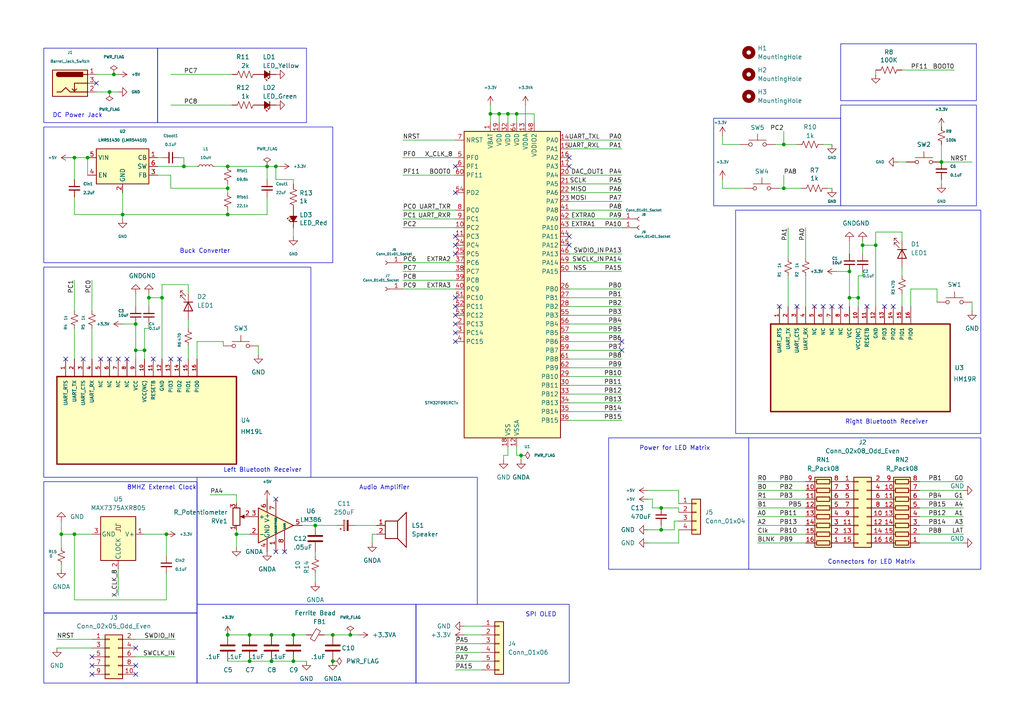
<source format=kicad_sch>
(kicad_sch (version 20230121) (generator eeschema)
  (paper "A4")
  (title_block (title "SWIPE-STACK HUB") (date "2024-02-05") (company "Purdue University ECE 477 Senior Design") (comment 1 "Authored by Alex Chitsazzadeh"))
  (junction (at 227.33 54.61))
  (junction (at 48.26 154.94))
  (junction (at 250.19 71.12))
  (junction (at 151.13 132.08))
  (junction (at 80.01 48.26))
  (junction (at 248.92 86.36))
  (junction (at 273.05 46.99))
  (junction (at 66.04 48.26))
  (junction (at 72.39 184.15))
  (junction (at 35.56 62.23))
  (junction (at 101.6 184.15))
  (junction (at 33.02 21.59))
  (junction (at 144.78 33.02))
  (junction (at 39.37 93.98))
  (junction (at 68.58 154.94))
  (junction (at 191.77 147.32))
  (junction (at 66.04 62.23))
  (junction (at 39.37 101.6))
  (junction (at 78.74 191.77))
  (junction (at 191.77 153.67))
  (junction (at 25.4 45.72))
  (junction (at 96.52 184.15))
  (junction (at 142.24 33.02))
  (junction (at 17.78 154.94))
  (junction (at 77.47 48.26))
  (junction (at 254 71.12))
  (junction (at 21.59 45.72))
  (junction (at 31.75 26.67))
  (junction (at 149.86 33.02))
  (junction (at 53.34 48.26))
  (junction (at 85.09 184.15))
  (junction (at 246.38 86.36))
  (junction (at 46.99 86.36))
  (junction (at 41.91 101.6))
  (junction (at 66.04 54.61))
  (junction (at 21.59 154.94))
  (junction (at 66.04 184.15))
  (junction (at 78.74 184.15))
  (junction (at 43.18 86.36))
  (junction (at 85.09 191.77))
  (junction (at 91.44 152.4))
  (junction (at 72.39 191.77))
  (junction (at 227.33 41.91))
  (junction (at 246.38 78.74))
  (junction (at 96.52 191.77))
  (junction (at 147.32 33.02))
  (no_connect (at 132.08 48.26))
  (no_connect (at 132.08 99.06))
  (no_connect (at 49.53 104.14))
  (no_connect (at 26.67 190.5))
  (no_connect (at 132.08 55.88))
  (no_connect (at 132.08 91.44))
  (no_connect (at 29.21 104.14))
  (no_connect (at 256.54 88.9))
  (no_connect (at 26.67 195.58))
  (no_connect (at 44.45 104.14))
  (no_connect (at 39.37 187.96))
  (no_connect (at 236.22 88.9))
  (no_connect (at 251.46 88.9))
  (no_connect (at 26.67 193.04))
  (no_connect (at 165.1 45.72))
  (no_connect (at 226.06 88.9))
  (no_connect (at 259.08 88.9))
  (no_connect (at 24.13 104.14))
  (no_connect (at 132.08 86.36))
  (no_connect (at 36.83 104.14))
  (no_connect (at 165.1 71.12))
  (no_connect (at 19.05 104.14))
  (no_connect (at 80.01 160.02))
  (no_connect (at 80.01 144.78))
  (no_connect (at 132.08 88.9))
  (no_connect (at 165.1 48.26))
  (no_connect (at 31.75 104.14))
  (no_connect (at 132.08 73.66))
  (no_connect (at 165.1 68.58))
  (no_connect (at 132.08 93.98))
  (no_connect (at 82.55 160.02))
  (no_connect (at 34.29 104.14))
  (no_connect (at 238.76 88.9))
  (no_connect (at 231.14 88.9))
  (no_connect (at 132.08 96.52))
  (no_connect (at 180.34 101.6))
  (no_connect (at 241.3 88.9))
  (no_connect (at 132.08 68.58))
  (no_connect (at 52.07 104.14))
  (no_connect (at 39.37 193.04))
  (no_connect (at 39.37 195.58))
  (no_connect (at 243.84 88.9))
  (no_connect (at 27.94 24.13))
  (no_connect (at 180.34 99.06))
  (no_connect (at 132.08 71.12))
  (wire (pts (xy 26.67 81.28) (xy 26.67 90.17)))
  (wire (pts (xy 165.1 106.68) (xy 180.34 106.68)))
  (wire (pts (xy 66.04 62.23) (xy 66.04 60.96)))
  (wire (pts (xy 248.92 80.01) (xy 250.19 80.01)))
  (wire (pts (xy 233.68 80.01) (xy 233.68 88.9)))
  (wire (pts (xy 26.67 95.25) (xy 26.67 104.14)))
  (wire (pts (xy 266.7 157.48) (xy 279.4 157.48)))
  (wire (pts (xy 254 88.9) (xy 254 71.12)))
  (wire (pts (xy 20.32 45.72) (xy 21.59 45.72)))
  (wire (pts (xy 147.32 33.02) (xy 147.32 35.56)))
  (wire (pts (xy 266.7 154.94) (xy 279.4 154.94)))
  (wire (pts (xy 250.19 71.12) (xy 250.19 73.66)))
  (wire (pts (xy 39.37 93.98) (xy 35.56 93.98)))
  (wire (pts (xy 248.92 86.36) (xy 246.38 86.36)))
  (wire (pts (xy 66.04 62.23) (xy 35.56 62.23)))
  (wire (pts (xy 66.04 48.26) (xy 77.47 48.26)))
  (wire (pts (xy 116.84 78.74) (xy 132.08 78.74)))
  (wire (pts (xy 39.37 85.09) (xy 39.37 88.9)))
  (wire (pts (xy 165.1 96.52) (xy 180.34 96.52)))
  (wire (pts (xy 48.26 154.94) (xy 48.26 161.29)))
  (wire (pts (xy 77.47 48.26) (xy 77.47 52.07)))
  (wire (pts (xy 46.99 104.14) (xy 46.99 86.36)))
  (wire (pts (xy 57.15 99.06) (xy 64.77 99.06)))
  (wire (pts (xy 142.24 33.02) (xy 142.24 35.56)))
  (wire (pts (xy 266.7 149.86) (xy 279.4 149.86)))
  (wire (pts (xy 165.1 101.6) (xy 180.34 101.6)))
  (wire (pts (xy 52.07 45.72) (xy 53.34 45.72)))
  (wire (pts (xy 165.1 116.84) (xy 180.34 116.84)))
  (wire (pts (xy 246.38 78.74) (xy 242.57 78.74)))
  (wire (pts (xy 227.33 54.61) (xy 232.41 54.61)))
  (wire (pts (xy 209.55 39.37) (xy 209.55 41.91)))
  (wire (pts (xy 165.1 78.74) (xy 180.34 78.74)))
  (wire (pts (xy 53.34 48.26) (xy 45.72 48.26)))
  (wire (pts (xy 209.55 54.61) (xy 215.9 54.61)))
  (wire (pts (xy 165.1 76.2) (xy 180.34 76.2)))
  (wire (pts (xy 31.75 26.67) (xy 34.29 26.67)))
  (wire (pts (xy 246.38 88.9) (xy 246.38 86.36)))
  (wire (pts (xy 165.1 104.14) (xy 180.34 104.14)))
  (wire (pts (xy 209.55 52.07) (xy 209.55 54.61)))
  (wire (pts (xy 261.62 69.85) (xy 261.62 67.31)))
  (wire (pts (xy 17.78 163.83) (xy 17.78 165.1)))
  (wire (pts (xy 165.1 43.18) (xy 180.34 43.18)))
  (wire (pts (xy 85.09 184.15) (xy 88.9 184.15)))
  (wire (pts (xy 72.39 184.15) (xy 78.74 184.15)))
  (wire (pts (xy 226.06 54.61) (xy 227.33 54.61)))
  (wire (pts (xy 72.39 191.77) (xy 78.74 191.77)))
  (wire (pts (xy 17.78 158.75) (xy 17.78 154.94)))
  (wire (pts (xy 273.05 46.99) (xy 281.94 46.99)))
  (wire (pts (xy 227.33 50.8) (xy 227.33 54.61)))
  (wire (pts (xy 228.6 80.01) (xy 228.6 88.9)))
  (wire (pts (xy 209.55 41.91) (xy 214.63 41.91)))
  (wire (pts (xy 67.31 21.59) (xy 49.53 21.59)))
  (wire (pts (xy 228.6 66.04) (xy 228.6 74.93)))
  (wire (pts (xy 219.71 144.78) (xy 233.68 144.78)))
  (wire (pts (xy 54.61 85.09) (xy 54.61 82.55)))
  (wire (pts (xy 64.77 99.06) (xy 64.77 100.33)))
  (wire (pts (xy 25.4 45.72) (xy 25.4 50.8)))
  (wire (pts (xy 53.34 48.26) (xy 57.15 48.26)))
  (wire (pts (xy 273.05 52.07) (xy 273.05 53.34)))
  (wire (pts (xy 187.96 144.78) (xy 189.23 144.78)))
  (wire (pts (xy 54.61 92.71) (xy 54.61 95.25)))
  (wire (pts (xy 165.1 86.36) (xy 180.34 86.36)))
  (wire (pts (xy 39.37 185.42) (xy 50.8 185.42)))
  (wire (pts (xy 16.51 185.42) (xy 26.67 185.42)))
  (wire (pts (xy 146.05 132.08) (xy 147.32 132.08)))
  (wire (pts (xy 196.85 147.32) (xy 196.85 148.59)))
  (wire (pts (xy 152.4 30.48) (xy 152.4 35.56)))
  (wire (pts (xy 34.29 165.1) (xy 34.29 172.72)))
  (wire (pts (xy 116.84 50.8) (xy 132.08 50.8)))
  (wire (pts (xy 62.23 48.26) (xy 66.04 48.26)))
  (wire (pts (xy 91.44 166.37) (xy 91.44 168.91)))
  (wire (pts (xy 266.7 147.32) (xy 279.4 147.32)))
  (wire (pts (xy 66.04 55.88) (xy 66.04 54.61)))
  (wire (pts (xy 165.1 109.22) (xy 180.34 109.22)))
  (wire (pts (xy 43.18 95.25) (xy 43.18 93.98)))
  (wire (pts (xy 261.62 20.32) (xy 276.86 20.32)))
  (wire (pts (xy 107.95 154.94) (xy 107.95 157.48)))
  (wire (pts (xy 116.84 45.72) (xy 132.08 45.72)))
  (wire (pts (xy 165.1 73.66) (xy 180.34 73.66)))
  (wire (pts (xy 165.1 53.34) (xy 180.34 53.34)))
  (wire (pts (xy 41.91 95.25) (xy 43.18 95.25)))
  (wire (pts (xy 57.15 104.14) (xy 57.15 99.06)))
  (wire (pts (xy 96.52 184.15) (xy 101.6 184.15)))
  (wire (pts (xy 43.18 86.36) (xy 43.18 88.9)))
  (wire (pts (xy 53.34 45.72) (xy 53.34 48.26)))
  (wire (pts (xy 266.7 139.7) (xy 279.4 139.7)))
  (wire (pts (xy 80.01 48.26) (xy 81.28 48.26)))
  (wire (pts (xy 154.94 33.02) (xy 154.94 35.56)))
  (wire (pts (xy 116.84 60.96) (xy 132.08 60.96)))
  (wire (pts (xy 74.93 100.33) (xy 74.93 102.87)))
  (wire (pts (xy 264.16 88.9) (xy 264.16 83.82)))
  (wire (pts (xy 45.72 50.8) (xy 49.53 50.8)))
  (wire (pts (xy 165.1 91.44) (xy 180.34 91.44)))
  (wire (pts (xy 147.32 33.02) (xy 149.86 33.02)))
  (wire (pts (xy 144.78 33.02) (xy 142.24 33.02)))
  (wire (pts (xy 68.58 143.51) (xy 68.58 146.05)))
  (wire (pts (xy 88.9 191.77) (xy 85.09 191.77)))
  (wire (pts (xy 132.08 186.69) (xy 139.7 186.69)))
  (wire (pts (xy 281.94 87.63) (xy 281.94 90.17)))
  (wire (pts (xy 101.6 184.15) (xy 104.14 184.15)))
  (wire (pts (xy 41.91 101.6) (xy 41.91 95.25)))
  (wire (pts (xy 33.02 21.59) (xy 34.29 21.59)))
  (wire (pts (xy 165.1 58.42) (xy 180.34 58.42)))
  (wire (pts (xy 165.1 99.06) (xy 180.34 99.06)))
  (wire (pts (xy 248.92 86.36) (xy 248.92 80.01)))
  (wire (pts (xy 21.59 173.99) (xy 21.59 154.94)))
  (wire (pts (xy 250.19 69.85) (xy 250.19 71.12)))
  (wire (pts (xy 146.05 132.08) (xy 146.05 133.35)))
  (wire (pts (xy 149.86 132.08) (xy 149.86 129.54)))
  (wire (pts (xy 147.32 132.08) (xy 147.32 129.54)))
  (wire (pts (xy 254 67.31) (xy 254 71.12)))
  (wire (pts (xy 189.23 147.32) (xy 191.77 147.32)))
  (wire (pts (xy 60.96 143.51) (xy 68.58 143.51)))
  (wire (pts (xy 116.84 76.2) (xy 132.08 76.2)))
  (wire (pts (xy 27.94 21.59) (xy 33.02 21.59)))
  (wire (pts (xy 41.91 104.14) (xy 41.91 101.6)))
  (wire (pts (xy 279.4 144.78) (xy 266.7 144.78)))
  (wire (pts (xy 116.84 66.04) (xy 132.08 66.04)))
  (wire (pts (xy 132.08 191.77) (xy 139.7 191.77)))
  (wire (pts (xy 149.86 33.02) (xy 149.86 35.56)))
  (wire (pts (xy 219.71 149.86) (xy 233.68 149.86)))
  (wire (pts (xy 165.1 55.88) (xy 180.34 55.88)))
  (wire (pts (xy 227.33 41.91) (xy 231.14 41.91)))
  (wire (pts (xy 49.53 50.8) (xy 49.53 54.61)))
  (wire (pts (xy 196.85 157.48) (xy 196.85 153.67)))
  (wire (pts (xy 165.1 119.38) (xy 180.34 119.38)))
  (wire (pts (xy 35.56 55.88) (xy 35.56 62.23)))
  (wire (pts (xy 187.96 157.48) (xy 196.85 157.48)))
  (wire (pts (xy 107.95 154.94) (xy 109.22 154.94)))
  (wire (pts (xy 219.71 152.4) (xy 233.68 152.4)))
  (wire (pts (xy 80.01 48.26) (xy 80.01 52.07)))
  (wire (pts (xy 165.1 63.5) (xy 180.34 63.5)))
  (wire (pts (xy 165.1 66.04) (xy 180.34 66.04)))
  (wire (pts (xy 21.59 154.94) (xy 26.67 154.94)))
  (wire (pts (xy 165.1 40.64) (xy 180.34 40.64)))
  (wire (pts (xy 254 20.32) (xy 254 21.59)))
  (wire (pts (xy 27.94 26.67) (xy 31.75 26.67)))
  (wire (pts (xy 68.58 154.94) (xy 72.39 154.94)))
  (wire (pts (xy 219.71 147.32) (xy 233.68 147.32)))
  (wire (pts (xy 187.96 153.67) (xy 191.77 153.67)))
  (wire (pts (xy 54.61 82.55) (xy 46.99 82.55)))
  (wire (pts (xy 39.37 104.14) (xy 39.37 101.6)))
  (wire (pts (xy 48.26 173.99) (xy 21.59 173.99)))
  (wire (pts (xy 132.08 194.31) (xy 139.7 194.31)))
  (wire (pts (xy 17.78 154.94) (xy 21.59 154.94)))
  (wire (pts (xy 78.74 191.77) (xy 85.09 191.77)))
  (wire (pts (xy 116.84 81.28) (xy 132.08 81.28)))
  (wire (pts (xy 91.44 161.29) (xy 91.44 160.02)))
  (wire (pts (xy 91.44 152.4) (xy 97.79 152.4)))
  (wire (pts (xy 78.74 184.15) (xy 85.09 184.15)))
  (wire (pts (xy 264.16 83.82) (xy 271.78 83.82)))
  (wire (pts (xy 41.91 101.6) (xy 39.37 101.6)))
  (wire (pts (xy 142.24 30.48) (xy 142.24 33.02)))
  (wire (pts (xy 165.1 83.82) (xy 180.34 83.82)))
  (wire (pts (xy 240.03 54.61) (xy 241.3 54.61)))
  (wire (pts (xy 66.04 184.15) (xy 72.39 184.15)))
  (wire (pts (xy 195.58 153.67) (xy 195.58 151.13)))
  (wire (pts (xy 238.76 41.91) (xy 241.3 41.91)))
  (wire (pts (xy 21.59 62.23) (xy 35.56 62.23)))
  (wire (pts (xy 102.87 152.4) (xy 109.22 152.4)))
  (wire (pts (xy 219.71 139.7) (xy 233.68 139.7)))
  (wire (pts (xy 134.62 184.15) (xy 139.7 184.15)))
  (wire (pts (xy 43.18 85.09) (xy 43.18 86.36)))
  (wire (pts (xy 191.77 152.4) (xy 191.77 153.67)))
  (wire (pts (xy 151.13 132.08) (xy 149.86 132.08)))
  (wire (pts (xy 85.09 52.07) (xy 85.09 53.34)))
  (wire (pts (xy 191.77 153.67) (xy 195.58 153.67)))
  (wire (pts (xy 227.33 38.1) (xy 227.33 41.91)))
  (wire (pts (xy 21.59 81.28) (xy 21.59 90.17)))
  (wire (pts (xy 134.62 181.61) (xy 139.7 181.61)))
  (wire (pts (xy 250.19 80.01) (xy 250.19 78.74)))
  (wire (pts (xy 271.78 83.82) (xy 271.78 87.63)))
  (wire (pts (xy 261.62 77.47) (xy 261.62 80.01)))
  (wire (pts (xy 144.78 33.02) (xy 147.32 33.02)))
  (wire (pts (xy 116.84 63.5) (xy 132.08 63.5)))
  (wire (pts (xy 248.92 88.9) (xy 248.92 86.36)))
  (wire (pts (xy 165.1 60.96) (xy 180.34 60.96)))
  (wire (pts (xy 68.58 154.94) (xy 68.58 158.75)))
  (wire (pts (xy 196.85 147.32) (xy 191.77 147.32)))
  (wire (pts (xy 165.1 93.98) (xy 180.34 93.98)))
  (wire (pts (xy 66.04 54.61) (xy 66.04 53.34)))
  (wire (pts (xy 17.78 151.13) (xy 17.78 154.94)))
  (wire (pts (xy 77.47 48.26) (xy 80.01 48.26)))
  (wire (pts (xy 260.35 46.99) (xy 262.89 46.99)))
  (wire (pts (xy 246.38 86.36) (xy 246.38 78.74)))
  (wire (pts (xy 35.56 62.23) (xy 35.56 63.5)))
  (wire (pts (xy 80.01 52.07) (xy 85.09 52.07)))
  (wire (pts (xy 165.1 111.76) (xy 180.34 111.76)))
  (wire (pts (xy 77.47 57.15) (xy 77.47 62.23)))
  (wire (pts (xy 165.1 50.8) (xy 180.34 50.8)))
  (wire (pts (xy 54.61 100.33) (xy 54.61 104.14)))
  (wire (pts (xy 187.96 142.24) (xy 196.85 142.24)))
  (wire (pts (xy 219.71 154.94) (xy 233.68 154.94)))
  (wire (pts (xy 266.7 152.4) (xy 279.4 152.4)))
  (wire (pts (xy 132.08 189.23) (xy 139.7 189.23)))
  (wire (pts (xy 93.98 184.15) (xy 96.52 184.15)))
  (wire (pts (xy 224.79 41.91) (xy 227.33 41.91)))
  (wire (pts (xy 21.59 45.72) (xy 25.4 45.72)))
  (wire (pts (xy 165.1 121.92) (xy 180.34 121.92)))
  (wire (pts (xy 87.63 152.4) (xy 91.44 152.4)))
  (wire (pts (xy 45.72 45.72) (xy 46.99 45.72)))
  (wire (pts (xy 149.86 33.02) (xy 154.94 33.02)))
  (wire (pts (xy 165.1 114.3) (xy 180.34 114.3)))
  (wire (pts (xy 266.7 142.24) (xy 279.4 142.24)))
  (wire (pts (xy 21.59 57.15) (xy 21.59 62.23)))
  (wire (pts (xy 246.38 69.85) (xy 246.38 73.66)))
  (wire (pts (xy 68.58 154.94) (xy 68.58 153.67)))
  (wire (pts (xy 116.84 83.82) (xy 132.08 83.82)))
  (wire (pts (xy 39.37 101.6) (xy 39.37 93.98)))
  (wire (pts (xy 48.26 166.37) (xy 48.26 173.99)))
  (wire (pts (xy 77.47 62.23) (xy 66.04 62.23)))
  (wire (pts (xy 189.23 144.78) (xy 189.23 147.32)))
  (wire (pts (xy 49.53 54.61) (xy 66.04 54.61)))
  (wire (pts (xy 273.05 41.91) (xy 273.05 46.99)))
  (wire (pts (xy 261.62 67.31) (xy 254 67.31)))
  (wire (pts (xy 195.58 151.13) (xy 196.85 151.13)))
  (wire (pts (xy 67.31 30.48) (xy 49.53 30.48)))
  (wire (pts (xy 219.71 142.24) (xy 233.68 142.24)))
  (wire (pts (xy 46.99 86.36) (xy 43.18 86.36)))
  (wire (pts (xy 21.59 95.25) (xy 21.59 104.14)))
  (wire (pts (xy 219.71 157.48) (xy 233.68 157.48)))
  (wire (pts (xy 254 71.12) (xy 250.19 71.12)))
  (wire (pts (xy 144.78 35.56) (xy 144.78 33.02)))
  (wire (pts (xy 46.99 82.55) (xy 46.99 86.36)))
  (wire (pts (xy 16.51 187.96) (xy 26.67 187.96)))
  (wire (pts (xy 261.62 85.09) (xy 261.62 88.9)))
  (wire (pts (xy 39.37 190.5) (xy 50.8 190.5)))
  (wire (pts (xy 66.04 191.77) (xy 72.39 191.77)))
  (wire (pts (xy 116.84 40.64) (xy 132.08 40.64)))
  (wire (pts (xy 41.91 154.94) (xy 48.26 154.94)))
  (wire (pts (xy 196.85 146.05) (xy 196.85 142.24)))
  (wire (pts (xy 165.1 88.9) (xy 180.34 88.9)))
  (wire (pts (xy 21.59 45.72) (xy 21.59 52.07)))
  (wire (pts (xy 85.09 66.04) (xy 85.09 68.58)))
  (wire (pts (xy 233.68 66.04) (xy 233.68 74.93)))
  (wire (pts (xy 151.13 132.08) (xy 151.13 133.35)))
  (rectangle (start 12.7 177.8) (end 57.15 198.12))
  (rectangle (start 45.72 13.97) (end 88.9 35.56))
  (rectangle (start 12.7 77.47) (end 90.17 138.43))
  (rectangle (start 217.17 127) (end 284.48 165.1))
  (rectangle (start 207.01 34.29) (end 243.84 59.69))
  (rectangle (start 213.36 60.96) (end 284.48 125.73))
  (rectangle (start 12.7 13.97) (end 45.72 35.56))
  (rectangle (start 120.65 175.26) (end 165.1 198.12))
  (rectangle (start 12.7 36.83) (end 96.52 76.2))
  (rectangle (start 57.15 175.26) (end 120.65 198.12))
  (rectangle (start 176.53 127) (end 217.17 165.1))
  (rectangle (start 57.15 138.43) (end 138.43 175.26))
  (rectangle (start 243.84 12.7) (end 283.21 29.21))
  (rectangle (start 243.84 30.48) (end 283.21 59.69))
  (rectangle (start 12.7 139.7) (end 57.15 177.8))
  (text "Right Bluetooth Receiver\n" (at 245.11 123.19 0) (effects (font (size 1.27 1.27)) (justify left bottom)))
  (text "Audio Amplifier" (at 104.14 142.24 0) (effects (font (size 1.27 1.27)) (justify left bottom)))
  (text "Buck Converter" (at 52.07 73.66 0) (effects (font (size 1.27 1.27)) (justify left bottom)))
  (text "SPI OLED\n" (at 152.4 179.07 0) (effects (font (size 1.27 1.27)) (justify left bottom)))
  (text "Power for LED Matrix\n" (at 185.42 130.81 0) (effects (font (size 1.27 1.27)) (justify left bottom)))
  (text "Connectors for LED Matrix\n" (at 240.03 163.83 0) (effects (font (size 1.27 1.27)) (justify left bottom)))
  (text "8MHZ Externel Clock" (at 36.83 142.24 0) (effects (font (size 1.27 1.27)) (justify left bottom)))
  (text "Left Bluetooth Receiver\n" (at 64.77 137.16 0) (effects (font (size 1.27 1.27)) (justify left bottom)))
  (text "DC Power Jack" (at 15.24 34.29 0) (effects (font (size 1.27 1.27)) (justify left bottom)))
  (label "PF11" (at 264.16 20.32 0))
  (label "PB0" (at 226.06 139.7 0))
  (label "BOOT0" (at 270.51 20.32 0))
  (label "PB0" (at 180.34 83.82 180))
  (label "PA7" (at 180.34 58.42 180))
  (label "R1" (at 219.71 144.78 0))
  (label "PC1" (at 21.59 85.09 90))
  (label "LAT" (at 279.4 154.94 180))
  (label "A4" (at 279.4 147.32 180))
  (label "PB14" (at 269.24 152.4 0))
  (label "PB1" (at 269.24 139.7 0))
  (label "G0" (at 279.4 139.7 180))
  (label "B0" (at 219.71 142.24 0))
  (label "MISO" (at 170.18 55.88 180))
  (label "PA6" (at 132.08 189.23 0))
  (label "EXTRA0" (at 172.72 63.5 180))
  (label "BOOT0" (at 124.46 50.8 0))
  (label "PF11" (at 116.84 50.8 0))
  (label "BLNK" (at 219.71 157.48 0))
  (label "PB8" (at 269.24 154.94 0))
  (label "PF0" (at 116.84 45.72 0))
  (label "MOSI" (at 170.18 58.42 180))
  (label "PB2" (at 226.06 142.24 0))
  (label "PA15" (at 180.34 78.74 180))
  (label "PB2" (at 180.34 88.9 180))
  (label "PA0" (at 180.34 40.64 180))
  (label "EXTRA3" (at 130.81 83.82 180))
  (label "NRST" (at 275.59 46.99 0))
  (label "PB15" (at 180.34 121.92 180))
  (label "PC8" (at 53.34 30.48 0))
  (label "SWDIO_IN" (at 50.8 185.42 180))
  (label "Clk" (at 219.71 154.94 0))
  (label "PA5" (at 180.34 53.34 180))
  (label "PB8" (at 180.34 104.14 180))
  (label "PB11" (at 180.34 111.76 180))
  (label "PA10" (at 180.34 66.04 180))
  (label "A2" (at 219.71 152.4 0))
  (label "PB7" (at 180.34 101.6 180))
  (label "PC2" (at 116.84 66.04 0))
  (label "DAC_OUT1" (at 175.26 50.8 180))
  (label "PC1" (at 116.84 63.5 0))
  (label "PC7" (at 116.84 78.74 0))
  (label "PB3" (at 180.34 91.44 180))
  (label "EXTRA1" (at 172.72 66.04 180))
  (label "UART_RXL" (at 173.99 43.18 180))
  (label "PA1" (at 228.6 69.85 90))
  (label "PB9" (at 180.34 106.68 180))
  (label "PC2" (at 227.33 38.1 180))
  (label "PC9" (at 116.84 83.82 0))
  (label "PC0" (at 116.84 60.96 0))
  (label "PA13" (at 180.34 73.66 180))
  (label "G1" (at 279.4 144.78 180))
  (label "PC6" (at 116.84 76.2 0))
  (label "X_CLK_8" (at 123.19 45.72 0))
  (label "PB13" (at 180.34 116.84 180))
  (label "PA14" (at 180.34 76.2 180))
  (label "PC7" (at 53.34 21.59 0))
  (label "SWCLK_IN" (at 50.8 190.5 180))
  (label "PB1" (at 180.34 86.36 180))
  (label "PB13" (at 226.06 152.4 0))
  (label "EXTRA2" (at 130.81 76.2 180))
  (label "UART_TXL" (at 173.99 40.64 180))
  (label "PA7" (at 132.08 191.77 0))
  (label "PB10" (at 226.06 154.94 0))
  (label "PA4" (at 60.96 143.51 0))
  (label "PB12" (at 269.24 149.86 0))
  (label "PB5" (at 228.6 147.32 0))
  (label "PA4" (at 180.34 50.8 180))
  (label "NRST" (at 116.84 40.64 0))
  (label "A3" (at 279.4 152.4 180))
  (label "PA15" (at 132.08 194.31 0))
  (label "PA9" (at 180.34 63.5 180))
  (label "PB9" (at 226.06 157.48 0))
  (label "PB14" (at 180.34 119.38 180))
  (label "PB15" (at 269.24 147.32 0))
  (label "PA8" (at 227.33 50.8 0))
  (label "NRST" (at 16.51 185.42 0))
  (label "PB6" (at 180.34 99.06 180))
  (label "PB4" (at 269.24 144.78 0))
  (label "PB10" (at 180.34 109.22 180))
  (label "A1" (at 279.4 149.86 180))
  (label "PB11" (at 226.06 149.86 0))
  (label "PB3" (at 226.06 144.78 0))
  (label "PB5" (at 180.34 96.52 180))
  (label "PB4" (at 180.34 93.98 180))
  (label "B1" (at 219.71 147.32 0))
  (label "PA8" (at 180.34 60.96 180))
  (label "PA6" (at 180.34 55.88 180))
  (label "SWCLK_IN" (at 175.26 76.2 180))
  (label "PA5" (at 132.08 186.69 0))
  (label "PB12" (at 180.34 114.3 180))
  (label "SCLK" (at 170.18 53.34 180))
  (label "PC0" (at 26.67 85.09 90))
  (label "SWDIO_IN" (at 175.26 73.66 180))
  (label "A0" (at 219.71 149.86 0))
  (label "PA1" (at 180.34 43.18 180))
  (label "PC8" (at 116.84 81.28 0))
  (label "UART_TXR" (at 130.81 60.96 180))
  (label "R0" (at 219.71 139.7 0))
  (label "PA0" (at 233.68 69.85 90))
  (label "UART_RXR" (at 130.81 63.5 180))
  (label "NSS" (at 170.18 78.74 180))
  (label "X_CLK_8" (at 34.29 165.1 270))
  (symbol (lib_id "Device:R_Small_US") (at 261.62 82.55 180) (unit 1)
    (property "Reference" "R3" (at 259.08 83.82 90) (effects (font (size 0.8 0.8)) (justify left)))
    (property "Value" "470" (at 259.08 81.28 90) (effects (font (size 0.8 0.8)) (justify left)))
    (property "Footprint" "Resistor_SMD:R_0805_2012Metric_Pad1.20x1.40mm_HandSolder" (effects hide))
  )
  (symbol (lib_id "Mechanical:MountingHole") (at 217.17 15.24 0) (unit 1)
    (property "Reference" "H1" (at 219.71 13.97 0) (effects (justify left)))
    (property "Value" "MountingHole" (at 219.71 16.51 0) (effects (justify left)))
    (property "Footprint" "MountingHole:MountingHole_3mm" (effects hide))
  )
  (symbol (lib_id "power:+5V") (at 20.32 45.72 90) (unit 1)
    (property "Reference" "#PWR03" (effects hide))
    (property "Value" "+5V" (at 16.51 45.72 90) (effects (font (size 0.8 0.8)) (justify left)))
  )
  (symbol (lib_id "Device:R_Small_US") (at 66.04 50.8 0) (unit 1)
    (property "Reference" "Rfbt1" (at 68.58 49.53 0) (effects (font (size 0.8 0.8)) (justify left)))
    (property "Value" "69.8k" (at 68.58 52.07 0) (effects (font (size 0.8 0.8)) (justify left)))
    (property "Footprint" "Resistor_SMD:R_0805_2012Metric_Pad1.20x1.40mm_HandSolder" (effects hide))
  )
  (symbol (lib_id "power:GND") (at 241.3 54.61 0) (unit 1)
    (property "Reference" "#PWR049" (effects hide))
    (property "Value" "GND" (at 241.3 58.42 0) (effects (font (size 0.8 0.8))))
  )
  (symbol (lib_id "power:PWR_FLAG") (at 101.6 184.15 0) (unit 1)
    (property "Reference" "#FLG04" (effects hide))
    (property "Value" "PWR_FLAG" (at 101.6 179.07 0) (effects (font (size 0.8 0.8))))
  )
  (symbol (lib_id "Device:R_Small_US") (at 228.6 77.47 180) (unit 1)
    (property "Reference" "R1" (at 226.06 78.74 90) (effects (font (size 0.8 0.8)) (justify left)))
    (property "Value" "1k" (at 226.06 76.2 90) (effects (font (size 0.8 0.8)) (justify left)))
    (property "Footprint" "Resistor_SMD:R_0805_2012Metric_Pad1.20x1.40mm_HandSolder" (effects hide))
  )
  (symbol (lib_id "power:GND") (at 16.51 187.96 0) (unit 1)
    (property "Reference" "#PWR029" (effects hide))
    (property "Value" "GND" (at 16.51 193.04 0))
  )
  (symbol (lib_id "Device:C") (at 72.39 187.96 0) (unit 1)
    (property "Reference" "C7" (at 71.12 194.31 0) (effects (justify left)))
    (property "Value" ".1uF" (at 66.04 190.5 0) (effects (justify left)))
    (property "Footprint" "Capacitor_SMD:C_0805_2012Metric_Pad1.18x1.45mm_HandSolder" (effects hide))
  )
  (symbol (lib_id "power:GND") (at 273.05 53.34 0) (unit 1)
    (property "Reference" "#PWR020" (effects hide))
    (property "Value" "GND" (at 273.05 58.42 0) (effects (font (size 0.8 0.8))))
  )
  (symbol (lib_id "Device:L_Small") (at 59.69 48.26 90) (unit 1)
    (property "Reference" "L1" (at 59.69 43.18 90) (effects (font (size 0.8 0.8))))
    (property "Value" "10uH" (at 59.69 45.72 90) (effects (font (size 0.8 0.8))))
    (property "Footprint" "Inductor_SMD:L_0805_2012Metric_Pad1.15x1.40mm_HandSolder" (effects hide))
  )
  (symbol (lib_id "power:+5V") (at 34.29 21.59 270) (unit 1)
    (property "Reference" "#PWR02" (effects hide))
    (property "Value" "+5V" (at 38.1 21.59 90) (effects (font (size 0.8 0.8)) (justify left)))
  )
  (symbol (lib_id "Device:R_Pack08") (at 238.76 147.32 90) (unit 1)
    (property "Reference" "RN1" (at 238.76 133.35 90))
    (property "Value" "R_Pack08" (at 238.76 135.89 90))
    (property "Footprint" "Library:SOIC127P762X240-16N" (effects hide))
  )
  (symbol (lib_id "Device:R_Small_US") (at 17.78 161.29 180) (unit 1)
    (property "Reference" "R15" (at 16.51 160.02 0) (effects (font (size 0.8 0.8)) (justify left)))
    (property "Value" "0" (at 15.24 161.29 0) (effects (font (size 0.8 0.8)) (justify left)))
    (property "Footprint" "Resistor_SMD:R_0805_2012Metric_Pad1.20x1.40mm_HandSolder" (effects hide))
  )
  (symbol (lib_id "Device:R_Small_US") (at 273.05 39.37 0) (unit 1)
    (property "Reference" "R9" (at 274.32 38.1 0) (effects (font (size 0.8 0.8)) (justify left)))
    (property "Value" "100k" (at 274.32 40.64 0) (effects (font (size 0.8 0.8)) (justify left)))
    (property "Footprint" "Resistor_SMD:R_0805_2012Metric_Pad1.20x1.40mm_HandSolder" (effects hide))
  )
  (symbol (lib_id "power:GNDA") (at 107.95 157.48 0) (unit 1)
    (property "Reference" "#PWR046" (effects hide))
    (property "Value" "GNDA" (at 107.95 162.56 0))
  )
  (symbol (lib_id "power:GND") (at 34.29 26.67 90) (unit 1)
    (property "Reference" "#PWR01" (effects hide))
    (property "Value" "GND" (at 38.1 26.67 90) (effects (font (size 0.8 0.8)) (justify right)))
  )
  (symbol (lib_id "Device:R_Small_US") (at 21.59 92.71 180) (unit 1)
    (property "Reference" "R4" (at 19.05 93.98 90) (effects (font (size 0.8 0.8)) (justify left)))
    (property "Value" "1k" (at 19.05 91.44 90) (effects (font (size 0.8 0.8)) (justify left)))
    (property "Footprint" "Resistor_SMD:R_0805_2012Metric_Pad1.20x1.40mm_HandSolder" (effects hide))
  )
  (symbol (lib_id "Switch:SW_Push") (at 267.97 46.99 0) (unit 1)
    (property "Reference" "SW2" (at 267.97 41.91 0))
    (property "Value" "~" (at 267.97 41.91 0))
    (property "Footprint" "Button_Switch_SMD:SW_SPST_PTS645" (effects hide))
  )
  (symbol (lib_id "power:GND") (at 279.4 142.24 90) (unit 1)
    (property "Reference" "#PWR014" (effects hide))
    (property "Value" "GND" (at 275.59 140.97 90) (effects (justify right)))
  )
  (symbol (lib_id "Device:R_US") (at 257.81 20.32 270) (unit 1)
    (property "Reference" "R8" (at 257.81 15.113 90))
    (property "Value" "100K" (at 257.81 17.4244 90))
    (property "Footprint" "Resistor_SMD:R_0805_2012Metric_Pad1.20x1.40mm_HandSolder" (effects hide))
  )
  (symbol (lib_id "Mechanical:MountingHole") (at 217.17 21.59 0) (unit 1)
    (property "Reference" "H2" (at 219.71 20.32 0) (effects (justify left)))
    (property "Value" "MountingHole" (at 219.71 22.86 0) (effects (justify left)))
    (property "Footprint" "MountingHole:MountingHole_3mm" (effects hide))
  )
  (symbol (lib_id "power:+3.3V") (at 209.55 52.07 0) (unit 1)
    (property "Reference" "#PWR022" (effects hide))
    (property "Value" "+3.3V" (at 209.55 46.99 0) (effects (font (size 0.8 0.8))))
  )
  (symbol (lib_id "Device:R_US") (at 85.09 57.15 0) (unit 1)
    (property "Reference" "R13" (at 86.8172 55.9816 0) (effects (justify left)))
    (property "Value" "1k" (at 86.8172 58.293 0) (effects (justify left)))
    (property "Footprint" "Resistor_SMD:R_0805_2012Metric_Pad1.20x1.40mm_HandSolder" (effects hide))
    (property "Datasheet" "https://datasheet.lcsc.com/szlcsc/Uniroyal-Elec-0805W8F3001T5E_C17661.pdf" (effects hide))
  )
  (symbol (lib_id "Switch:SW_Push") (at 69.85 100.33 0) (unit 1)
    (property "Reference" "SW3" (at 69.85 95.25 0))
    (property "Value" "~" (at 69.85 95.25 0))
    (property "Footprint" "Button_Switch_SMD:SW_SPST_PTS645" (effects hide))
  )
  (symbol (lib_id "Device:R_Pack08") (at 261.62 147.32 90) (unit 1)
    (property "Reference" "RN2" (at 261.62 133.35 90))
    (property "Value" "R_Pack08" (at 261.62 135.89 90))
    (property "Footprint" "Library:SOIC127P762X240-16N" (effects hide))
  )
  (symbol (lib_id "Device:R_Small_US") (at 26.67 92.71 180) (unit 1)
    (property "Reference" "R5" (at 24.13 93.98 90) (effects (font (size 0.8 0.8)) (justify left)))
    (property "Value" "1k" (at 24.13 91.44 90) (effects (font (size 0.8 0.8)) (justify left)))
    (property "Footprint" "Resistor_SMD:R_0805_2012Metric_Pad1.20x1.40mm_HandSolder" (effects hide))
  )
  (symbol (lib_id "power:GND") (at 260.35 46.99 270) (unit 1)
    (property "Reference" "#PWR018" (effects hide))
    (property "Value" "GND" (at 256.54 46.99 90) (effects (font (size 0.8 0.8)) (justify right)))
  )
  (symbol (lib_id "power:GNDA") (at 91.44 168.91 0) (unit 1)
    (property "Reference" "#PWR037" (effects hide))
    (property "Value" "GNDA" (at 91.44 173.99 0))
  )
  (symbol (lib_id "power:+3.3V") (at 142.24 30.48 0) (unit 1)
    (property "Reference" "#PWR015" (effects hide))
    (property "Value" "+3.3V" (at 142.24 25.4 0) (effects (font (size 0.8 0.8))))
  )
  (symbol (lib_id "power:PWR_FLAG") (at 96.52 191.77 270) (unit 1)
    (property "Reference" "#FLG05" (effects hide))
    (property "Value" "PWR_FLAG" (at 100.33 191.77 90) (effects (justify left)))
  )
  (symbol (lib_id "Device:C_Polarized_Small") (at 100.33 152.4 90) (unit 1)
    (property "Reference" "C11" (at 99.7839 146.05 90))
    (property "Value" "250uF" (at 99.7839 148.59 90))
    (property "Footprint" "Capacitor_THT:CP_Radial_D14.0mm_P5.00mm" (effects hide))
  )
  (symbol (lib_id "power:GND") (at 88.9 191.77 0) (unit 1)
    (property "Reference" "#PWR031" (effects hide))
    (property "Value" "GND" (at 88.9 196.85 0))
  )
  (symbol (lib_id "Device:C_Small") (at 250.19 76.2 180) (unit 1)
    (property "Reference" "C2" (at 250.19 78.74 0) (effects (font (size 0.8 0.8)) (justify right)))
    (property "Value" "0.1uF" (at 250.19 80.01 0) (effects (font (size 0.8 0.8)) (justify right)))
    (property "Footprint" "Capacitor_SMD:C_0805_2012Metric_Pad1.18x1.45mm_HandSolder" (effects hide))
  )
  (symbol (lib_id "Device:R_Small_US") (at 91.44 163.83 180) (unit 1)
    (property "Reference" "R14" (at 88.9 162.56 90) (effects (justify left)))
    (property "Value" "10" (at 86.36 162.56 90) (effects (justify left)))
    (property "Footprint" "Resistor_SMD:R_0805_2012Metric_Pad1.20x1.40mm_HandSolder" (effects hide))
  )
  (symbol (lib_id "power:GNDA") (at 151.13 133.35 0) (unit 1)
    (property "Reference" "#PWR044" (effects hide))
    (property "Value" "GNDA" (at 151.13 138.43 0))
  )
  (symbol (lib_id "Device:Speaker") (at 114.3 152.4 0) (unit 1)
    (property "Reference" "LS1" (at 119.38 152.4 0) (effects (justify left)))
    (property "Value" "Speaker" (at 119.38 154.94 0) (effects (justify left)))
    (property "Footprint" "Connector_JST:JST_VH_B2P-VH-FB-B_1x02_P3.96mm_Vertical" (effects hide))
  )
  (symbol (lib_id "Device:R_US") (at 71.12 30.48 270) (unit 1)
    (property "Reference" "R12" (at 72.39 25.4 90) (effects (justify right)))
    (property "Value" "1k" (at 72.39 27.94 90) (effects (justify right)))
    (property "Footprint" "Resistor_SMD:R_0805_2012Metric_Pad1.20x1.40mm_HandSolder" (effects hide))
  )
  (symbol (lib_id "stm32f091-rescue:LED_Small_ALT-Device") (at 85.09 63.5 90) (unit 1)
    (property "Reference" "LD3" (at 86.868 62.3316 90) (effects (justify right)))
    (property "Value" "LED_Red" (at 86.868 64.643 90) (effects (justify right)))
    (property "Footprint" "LED_SMD:LED_0805_2012Metric_Pad1.15x1.40mm_HandSolder" (effects hide))
  )
  (symbol (lib_id "power:PWR_FLAG") (at 77.47 48.26 0) (unit 1)
    (property "Reference" "#FLG03" (effects hide))
    (property "Value" "PWR_FLAG" (at 77.47 43.18 0) (effects (font (size 0.8 0.8))))
  )
  (symbol (lib_id "power:GND") (at 254 21.59 0) (unit 1)
    (property "Reference" "#PWR017" (effects hide))
    (property "Value" "GND" (effects hide))
  )
  (symbol (lib_id "Device:C_Small") (at 273.05 49.53 180) (unit 1)
    (property "Reference" "C6" (at 275.59 48.2536 0) (effects (font (size 0.8 0.8)) (justify right)))
    (property "Value" "0.1uF" (at 275.59 50.7936 0) (effects (font (size 0.8 0.8)) (justify right)))
    (property "Footprint" "Capacitor_SMD:C_0805_2012Metric_Pad1.18x1.45mm_HandSolder" (effects hide))
  )
  (symbol (lib_id "power:GND") (at 134.62 181.61 270) (unit 1)
    (property "Reference" "#PWR039" (effects hide))
    (property "Value" "GND" (at 130.81 181.61 90) (effects (justify right)))
  )
  (symbol (lib_id "Switch:SW_Push") (at 219.71 41.91 0) (unit 1)
    (property "Reference" "SW5" (at 219.71 37.0078 0))
    (property "Value" "SW_Push" (effects hide))
    (property "Footprint" "Button_Switch_SMD:SW_SPST_PTS645" (effects hide))
  )
  (symbol (lib_id "power:GND") (at 250.19 69.85 180) (unit 1)
    (property "Reference" "#PWR07" (effects hide))
    (property "Value" "GND" (at 250.19 64.77 0))
  )
  (symbol (lib_id "Device:C_Small") (at 49.53 45.72 270) (unit 1)
    (property "Reference" "Cboot1" (at 49.5236 39.37 90) (effects (font (size 0.8 0.8))))
    (property "Value" "0.1uF" (at 49.5236 41.91 90) (effects (font (size 0.8 0.8))))
    (property "Footprint" "Capacitor_SMD:C_0805_2012Metric_Pad1.18x1.45mm_HandSolder" (effects hide))
  )
  (symbol (lib_id "power:GND") (at 281.94 90.17 0) (unit 1)
    (property "Reference" "#PWR012" (effects hide))
    (property "Value" "GND" (at 281.94 95.25 0))
  )
  (symbol (lib_id "power:+3.3V") (at 35.56 93.98 90) (unit 1)
    (property "Reference" "#PWR09" (effects hide))
    (property "Value" "+3.3V" (at 31.75 93.98 90) (effects (font (size 0.8 0.8)) (justify left)))
  )
  (symbol (lib_id "power:GNDA") (at 68.58 158.75 0) (unit 1)
    (property "Reference" "#PWR042" (effects hide))
    (property "Value" "GNDA" (at 71.12 160.02 0) (effects (justify left)))
  )
  (symbol (lib_id "Device:C") (at 66.04 187.96 0) (unit 1)
    (property "Reference" "C5" (at 64.77 194.31 0) (effects (justify left)))
    (property "Value" ".1uF" (at 59.69 190.5 0) (effects (justify left)))
    (property "Footprint" "Capacitor_SMD:C_0805_2012Metric_Pad1.18x1.45mm_HandSolder" (effects hide))
  )
  (symbol (lib_id "Device:R_Small_US") (at 54.61 97.79 180) (unit 1)
    (property "Reference" "R6" (at 52.07 99.06 90) (effects (font (size 0.8 0.8)) (justify left)))
    (property "Value" "470" (at 52.07 96.52 90) (effects (font (size 0.8 0.8)) (justify left)))
    (property "Footprint" "Resistor_SMD:R_0805_2012Metric_Pad1.20x1.40mm_HandSolder" (effects hide))
  )
  (symbol (lib_id "Oscillator:MAX7375AXR805") (at 34.29 154.94 270) (unit 1)
    (property "Reference" "U5" (at 34.29 144.78 90))
    (property "Value" "MAX7375AXR805" (at 34.29 147.32 90))
    (property "Footprint" "Package_TO_SOT_SMD:SOT-323_SC-70_Handsoldering" (effects hide))
    (property "Datasheet" "https://datasheets.maximintegrated.com/en/ds/MAX7375.pdf" (effects hide))
  )
  (symbol (lib_id "power:+5V") (at 187.96 142.24 90) (unit 1)
    (property "Reference" "#PWR045" (effects hide))
    (property "Value" "+5V" (at 184.15 142.24 90) (effects (font (size 0.8 0.8)) (justify left)))
  )
  (symbol (lib_id "Device:LED") (at 54.61 88.9 270) (unit 1)
    (property "Reference" "D2" (at 57.15 86.0425 90) (effects (justify left)))
    (property "Value" "LED1" (at 57.15 88.5825 90) (effects (justify left)))
    (property "Footprint" "LED_SMD:LED_0805_2012Metric_Pad1.15x1.40mm_HandSolder" (effects hide))
  )
  (symbol (lib_id "power:+3.3V") (at 273.05 36.83 0) (unit 1)
    (property "Reference" "#PWR019" (effects hide))
    (property "Value" "+3.3V" (at 273.05 31.75 0) (effects (font (size 0.8 0.8))))
  )
  (symbol (lib_id "stm32f091-rescue:LED_Small_ALT-Device") (at 77.47 30.48 180) (unit 1)
    (property "Reference" "LD2" (at 76.2 25.4 0) (effects (justify right)))
    (property "Value" "LED_Green" (at 76.2 27.94 0) (effects (justify right)))
    (property "Footprint" "LED_SMD:LED_0805_2012Metric_Pad1.15x1.40mm_HandSolder" (effects hide))
  )
  (symbol (lib_id "power:GNDA") (at 96.52 191.77 0) (unit 1)
    (property "Reference" "#PWR034" (effects hide))
    (property "Value" "GNDA" (at 96.52 196.85 0))
  )
  (symbol (lib_id "Device:R_Small_US") (at 233.68 77.47 180) (unit 1)
    (property "Reference" "R2" (at 231.14 78.74 90) (effects (font (size 0.8 0.8)) (justify left)))
    (property "Value" "1k" (at 231.14 76.2 90) (effects (font (size 0.8 0.8)) (justify left)))
    (property "Footprint" "Resistor_SMD:R_0805_2012Metric_Pad1.20x1.40mm_HandSolder" (effects hide))
  )
  (symbol (lib_id "power:+3.3V") (at 134.62 184.15 90) (unit 1)
    (property "Reference" "#PWR040" (effects hide))
    (property "Value" "+3.3V" (at 130.81 184.15 90) (effects (justify left)))
  )
  (symbol (lib_id "Device:R_Potentiometer") (at 68.58 149.86 0) (mirror x) (unit 1)
    (property "Reference" "RVe1" (at 66.04 151.13 0) (effects (justify right)))
    (property "Value" "R_Potentiometer" (at 66.04 148.59 0) (effects (justify right)))
    (property "Footprint" "Potentiometer_THT:Potentiometer_Bourns_PTV09A-1_Single_Vertical" (effects hide))
  )
  (symbol (lib_id "power:GND") (at 39.37 85.09 180) (unit 1)
    (property "Reference" "#PWR010" (effects hide))
    (property "Value" "GND" (at 39.37 80.01 0))
  )
  (symbol (lib_id "power:+5V") (at 77.47 144.78 0) (unit 1)
    (property "Reference" "#PWR036" (effects hide))
    (property "Value" "+5V" (at 77.47 139.7 0) (effects (font (size 0.8 0.8))))
  )
  (symbol (lib_id "Amplifier_Audio:LM386") (at 80.01 152.4 0) (unit 1)
    (property "Reference" "U6" (at 90.17 148.2091 0))
    (property "Value" "LM386" (at 90.17 150.7491 0))
    (property "Footprint" "Package_SO:SOIC-8-1EP_3.9x4.9mm_P1.27mm_EP2.29x3mm" (effects hide))
    (property "Datasheet" "http://www.ti.com/lit/ds/symlink/lm386.pdf" (effects hide))
  )
  (symbol (lib_id "power:GND") (at 80.01 21.59 90) (unit 1)
    (property "Reference" "#PWR024" (effects hide))
    (property "Value" "GND" (effects hide))
  )
  (symbol (lib_id "Device:C_Small") (at 21.59 54.61 0) (unit 1)
    (property "Reference" "Cin1" (at 24.13 53.3463 0) (effects (font (size 0.8 0.8)) (justify left)))
    (property "Value" "2.2uF" (at 24.13 55.8863 0) (effects (font (size 0.8 0.8)) (justify left)))
    (property "Footprint" "Capacitor_SMD:C_0805_2012Metric_Pad1.18x1.45mm_HandSolder" (effects hide))
  )
  (symbol (lib_id "Connector_Generic:Conn_01x06") (at 144.78 186.69 0) (unit 1)
    (property "Reference" "J4" (at 147.32 186.69 0) (effects (justify left)))
    (property "Value" "Conn_01x06" (at 147.32 189.23 0) (effects (justify left)))
    (property "Footprint" "Connector_JST:JST_VH_B6P-VH-B_1x06_P3.96mm_Vertical" (effects hide))
  )
  (symbol (lib_id "power:GNDA") (at 77.47 160.02 0) (unit 1)
    (property "Reference" "#PWR035" (effects hide))
    (property "Value" "GNDA" (at 77.47 165.1 0))
  )
  (symbol (lib_id "Regulator_Switching:LMR51430") (at 35.56 48.26 0) (unit 1)
    (property "Reference" "U2" (at 35.56 38.1 0) (effects (font (size 0.8 0.8))))
    (property "Value" "LMR51430 (LMR54410)" (at 35.56 40.64 0) (effects (font (size 0.8 0.8))))
    (property "Footprint" "Package_TO_SOT_SMD:SOT-23-6" (effects hide))
    (property "Datasheet" "https://www.ti.com/lit/ds/symlink/lmr51430.pdf" (effects hide))
  )
  (symbol (lib_id "power:+3.3V") (at 81.28 48.26 270) (unit 1)
    (property "Reference" "#PWR04" (effects hide))
    (property "Value" "+3.3V" (at 85.09 48.26 90) (effects (font (size 0.8 0.8)) (justify left)))
  )
  (symbol (lib_id "Mechanical:MountingHole") (at 217.17 27.94 0) (unit 1)
    (property "Reference" "H3" (at 219.71 26.67 0) (effects (justify left)))
    (property "Value" "MountingHole" (at 219.71 29.21 0) (effects (justify left)))
    (property "Footprint" "MountingHole:MountingHole_3mm" (effects hide))
  )
  (symbol (lib_id "power:GND") (at 241.3 41.91 0) (unit 1)
    (property "Reference" "#PWR048" (effects hide))
    (property "Value" "GND" (at 241.3 45.72 0) (effects (font (size 0.8 0.8))))
  )
  (symbol (lib_id "power:+3.3VA") (at 104.14 184.15 270) (unit 1)
    (property "Reference" "#PWR032" (effects hide))
    (property "Value" "+3.3VA" (at 107.95 184.15 90) (effects (justify left)))
  )
  (symbol (lib_id "Device:C_Small") (at 77.47 54.61 180) (unit 1)
    (property "Reference" "Cout1" (at 80.01 53.3336 0) (effects (font (size 0.8 0.8)) (justify right)))
    (property "Value" "22uF" (at 80.01 55.8736 0) (effects (font (size 0.8 0.8)) (justify right)))
    (property "Footprint" "Capacitor_THT:CP_Radial_D5.0mm_P2.50mm" (effects hide))
  )
  (symbol (lib_id "Connector_Generic:Conn_02x08_Odd_Even") (at 248.92 147.32 0) (unit 1)
    (property "Reference" "J2" (at 250.19 128.27 0))
    (property "Value" "Conn_02x08_Odd_Even" (at 250.19 130.81 0))
    (property "Footprint" "Connector_IDC:IDC-Header_2x08_P2.54mm_Vertical_SMD" (effects hide))
  )
  (symbol (lib_id "power:GND") (at 35.56 63.5 0) (unit 1)
    (property "Reference" "#PWR05" (effects hide))
    (property "Value" "GND" (at 35.56 68.58 0) (effects (font (size 0.8 0.8))))
  )
  (symbol (lib_id "power:+3.3V") (at 66.04 184.15 0) (unit 1)
    (property "Reference" "#PWR030" (effects hide))
    (property "Value" "+3.3V" (at 66.04 179.07 0) (effects (font (size 0.8 0.8))))
  )
  (symbol (lib_id "Device:C_Small") (at 39.37 91.44 180) (unit 1)
    (property "Reference" "C3" (at 34.29 90.17 0) (effects (font (size 0.8 0.8)) (justify right)))
    (property "Value" "10uF" (at 34.29 91.44 0) (effects (font (size 0.8 0.8)) (justify right)))
    (property "Footprint" "Capacitor_SMD:C_0805_2012Metric_Pad1.18x1.45mm_HandSolder" (effects hide))
  )
  (symbol (lib_id "power:GND") (at 187.96 157.48 270) (unit 1)
    (property "Reference" "#PWR041" (effects hide))
    (property "Value" "GND" (at 184.15 157.48 90) (effects (justify right)))
  )
  (symbol (lib_id "stm32f091-rescue:Ferrite_Bead_Small-Device") (at 91.44 184.15 270) (unit 1)
    (property "Reference" "FB1" (at 92.71 180.34 90))
    (property "Value" "Ferrite Bead" (at 91.44 177.8 90))
    (property "Footprint" "Inductor_SMD:L_0805_2012Metric_Pad1.15x1.40mm_HandSolder" (effects hide))
  )
  (symbol (lib_id "Device:R_US") (at 71.12 21.59 270) (unit 1)
    (property "Reference" "R11" (at 72.39 16.51 90) (effects (justify right)))
    (property "Value" "2k" (at 72.39 19.05 90) (effects (justify right)))
    (property "Footprint" "Resistor_SMD:R_0805_2012Metric_Pad1.20x1.40mm_HandSolder" (effects hide))
  )
  (symbol (lib_id "Connector:Barrel_Jack_Switch") (at 20.32 24.13 0) (unit 1)
    (property "Reference" "J1" (at 20.32 15.24 0) (effects (font (size 0.8 0.8))))
    (property "Value" "Barrel_Jack_Switch" (at 20.32 17.78 0) (effects (font (size 0.8 0.8))))
    (property "Footprint" "Connector_BarrelJack:BarrelJack_CUI_PJ-036AH-SMT_Horizontal" (effects hide))
  )
  (symbol (lib_id "power:GNDA") (at 17.78 165.1 0) (unit 1)
    (property "Reference" "#PWR047" (effects hide))
    (property "Value" "GNDA" (at 17.78 170.18 0))
  )
  (symbol (lib_id "Device:R_US") (at 236.22 54.61 270) (unit 1)
    (property "Reference" "R7" (at 236.22 49.403 90))
    (property "Value" "1k" (at 236.22 51.7144 90))
    (property "Footprint" "Resistor_SMD:R_0805_2012Metric_Pad1.20x1.40mm_HandSolder" (effects hide))
  )
  (symbol (lib_id "Device:R_US") (at 234.95 41.91 90) (unit 1)
    (property "Reference" "R10" (at 234.95 36.83 90))
    (property "Value" "1k" (at 234.95 39.37 90))
    (property "Footprint" "Resistor_SMD:R_0805_2012Metric_Pad1.20x1.40mm_HandSolder" (effects hide))
  )
  (symbol (lib_id "Device:C") (at 91.44 156.21 0) (unit 1)
    (property "Reference" "C12" (at 85.09 156.21 0) (effects (justify left)))
    (property "Value" ".05uF" (at 85.09 158.75 0) (effects (justify left)))
    (property "Footprint" "Capacitor_SMD:C_0805_2012Metric_Pad1.18x1.45mm_HandSolder" (effects hide))
  )
  (symbol (lib_id "power:GND") (at 85.09 68.58 0) (unit 1)
    (property "Reference" "#PWR026" (effects hide))
    (property "Value" "GND" (at 85.09 73.66 0) (effects (font (size 0.8 0.8))))
  )
  (symbol (lib_id "Device:C_Small") (at 43.18 91.44 180) (unit 1)
    (property "Reference" "C4" (at 43.18 93.98 0) (effects (font (size 0.8 0.8)) (justify right)))
    (property "Value" "0.1uF" (at 43.18 95.25 0) (effects (font (size 0.8 0.8)) (justify right)))
    (property "Footprint" "Capacitor_SMD:C_0805_2012Metric_Pad1.18x1.45mm_HandSolder" (effects hide))
  )
  (symbol (lib_id "Device:C_Small") (at 48.26 163.83 0) (unit 1)
    (property "Reference" "Cin2" (at 50.8 162.5663 0) (effects (font (size 0.8 0.8)) (justify left)))
    (property "Value" "0.1uF" (at 50.8 165.1063 0) (effects (font (size 0.8 0.8)) (justify left)))
    (property "Footprint" "Capacitor_SMD:C_0805_2012Metric_Pad1.18x1.45mm_HandSolder" (effects hide))
  )
  (symbol (lib_id "Device:C_Small") (at 246.38 76.2 180) (unit 1)
    (property "Reference" "C1" (at 241.3 74.93 0) (effects (font (size 0.8 0.8)) (justify right)))
    (property "Value" "10uF" (at 241.3 76.2 0) (effects (font (size 0.8 0.8)) (justify right)))
    (property "Footprint" "Capacitor_SMD:C_0805_2012Metric_Pad1.18x1.45mm_HandSolder" (effects hide))
  )
  (symbol (lib_id "Device:C") (at 85.09 187.96 0) (unit 1)
    (property "Reference" "C9" (at 83.82 194.31 0) (effects (justify left)))
    (property "Value" ".1uF" (at 78.74 190.5 0) (effects (justify left)))
    (property "Footprint" "Capacitor_SMD:C_0805_2012Metric_Pad1.18x1.45mm_HandSolder" (effects hide))
  )
  (symbol (lib_id "power:+5V") (at 187.96 144.78 90) (unit 1)
    (property "Reference" "#PWR043" (effects hide))
    (property "Value" "+5V" (at 184.15 144.78 90) (effects (font (size 0.8 0.8)) (justify left)))
  )
  (symbol (lib_id "power:PWR_FLAG") (at 33.02 21.59 0) (unit 1)
    (property "Reference" "#FLG01" (effects hide))
    (property "Value" "PWR_FLAG" (at 33.02 16.51 0) (effects (font (size 0.8 0.8))))
  )
  (symbol (lib_id "power:GND") (at 187.96 153.67 270) (unit 1)
    (property "Reference" "#PWR038" (effects hide))
    (property "Value" "GND" (at 184.15 153.67 90) (effects (justify right)))
  )
  (symbol (lib_id "Switch:SW_Push") (at 220.98 54.61 0) (unit 1)
    (property "Reference" "SW4" (at 220.98 49.7078 0))
    (property "Value" "SW_Push" (effects hide))
    (property "Footprint" "Button_Switch_SMD:SW_SPST_PTS645" (effects hide))
  )
  (symbol (lib_id "power:PWR_FLAG") (at 151.13 132.08 270) (unit 1)
    (property "Reference" "#FLG06" (effects hide))
    (property "Value" "PWR_FLAG" (at 154.94 132.08 90) (effects (font (size 0.8 0.8)) (justify left)))
  )
  (symbol (lib_id "power:+3.3V") (at 48.26 154.94 270) (unit 1)
    (property "Reference" "#PWR027" (effects hide))
    (property "Value" "+3.3V" (at 52.07 154.94 90) (effects (font (size 0.8 0.8)) (justify left)))
  )
  (symbol (lib_id "Connector:Conn_01x01_Socket") (at 111.76 83.82 180) (unit 1)
    (property "Reference" "J7" (at 112.395 80.01 0) (effects (font (size 0.7 0.7))))
    (property "Value" "Conn_01x01_Socket" (at 110.49 81.28 0) (effects (font (size 0.7 0.7))))
    (property "Footprint" "Connector_PinSocket_2.54mm:PinSocket_1x01_P2.54mm_Vertical" (effects hide))
  )
  (symbol (lib_id "power:GND") (at 74.93 102.87 0) (unit 1)
    (property "Reference" "#PWR013" (effects hide))
    (property "Value" "GND" (at 74.93 107.95 0))
  )
  (symbol (lib_id "Connector:Conn_01x01_Socket") (at 185.42 66.04 0) (unit 1)
    (property "Reference" "J9" (at 186.69 67.31 0) (effects (font (size 0.7 0.7))))
    (property "Value" "Conn_01x01_Socket" (at 189.23 68.58 0) (effects (font (size 0.7 0.7))))
    (property "Footprint" "Connector_PinSocket_2.54mm:PinSocket_1x01_P2.54mm_Vertical" (effects hide))
  )
  (symbol (lib_id "HM11-19:CC2640R2FRGZR") (at 246.38 106.68 90) (unit 1)
    (property "Reference" "U3" (at 276.86 106.68 90) (effects (justify right)))
    (property "Value" "HM19R" (at 283.21 109.22 90) (effects (justify left bottom)))
    (property "Footprint" "Library:HM-19-MODULE" (effects hide))
    (property "Description" "\nSimpleLink™ 32-bit Arm® Cortex®-M3 Bluetooth® 5.1 Low Energy wireless MCU with 128-kB flash\n" (effects hide))
  )
  (symbol (lib_id "Device:C_Small") (at 191.77 149.86 0) (unit 1)
    (property "Reference" "C13" (at 182.88 147.32 0) (effects (justify left)))
    (property "Value" "470uF" (at 182.88 149.86 0) (effects (justify left)))
    (property "Footprint" "Capacitor_THT:CP_Radial_D14.0mm_P5.00mm" (effects hide))
  )
  (symbol (lib_id "Device:C") (at 78.74 187.96 0) (unit 1)
    (property "Reference" "C8" (at 77.47 194.31 0) (effects (justify left)))
    (property "Value" ".1uF" (at 72.39 190.5 0) (effects (justify left)))
    (property "Footprint" "Capacitor_SMD:C_0805_2012Metric_Pad1.18x1.45mm_HandSolder" (effects hide))
  )
  (symbol (lib_id "stm32f091-rescue:LED_Small_ALT-Device") (at 77.47 21.59 180) (unit 1)
    (property "Reference" "LD1" (at 76.2 16.51 0) (effects (justify right)))
    (property "Value" "LED_Yellow" (at 76.2 19.05 0) (effects (justify right)))
    (property "Footprint" "LED_SMD:LED_0805_2012Metric_Pad1.15x1.40mm_HandSolder" (effects hide))
  )
  (symbol (lib_id "HM11-19:CC2640R2FRGZR") (at 39.37 121.92 90) (unit 1)
    (property "Reference" "U4" (at 69.85 121.92 90) (effects (justify right)))
    (property "Value" "HM19L" (at 76.2 124.46 90) (effects (justify left bottom)))
    (property "Footprint" "Library:HM-19-MODULE" (effects hide))
    (property "Description" "\nSimpleLink™ 32-bit Arm® Cortex®-M3 Bluetooth® 5.1 Low Energy wireless MCU with 128-kB flash\n" (effects hide))
  )
  (symbol (lib_id "Connector_Generic:Conn_02x05_Odd_Even") (at 31.75 190.5 0) (unit 1)
    (property "Reference" "J3" (at 33.02 179.07 0))
    (property "Value" "Conn_02x05_Odd_Even" (at 33.02 181.61 0))
    (property "Footprint" "Connector_IDC:IDC-Header_2x05_P2.54mm_Vertical" (effects hide))
  )
  (symbol (lib_id "Connector:Conn_01x01_Socket") (at 111.76 76.2 180) (unit 1)
    (property "Reference" "J6" (at 114.3 72.39 0) (effects (font (size 0.7 0.7))))
    (property "Value" "Conn_01x01_Socket" (at 114.3 73.66 0) (effects (font (size 0.7 0.7))))
    (property "Footprint" "Connector_PinSocket_2.54mm:PinSocket_1x01_P2.54mm_Vertical" (effects hide))
  )
  (symbol (lib_id "Device:R_Small_US") (at 66.04 58.42 0) (unit 1)
    (property "Reference" "Rfbb1" (at 68.58 57.15 0) (effects (font (size 0.8 0.8)) (justify left)))
    (property "Value" "22.1k" (at 68.58 59.69 0) (effects (font (size 0.8 0.8)) (justify left)))
    (property "Footprint" "Resistor_SMD:R_0805_2012Metric_Pad1.20x1.40mm_HandSolder" (effects hide))
  )
  (symbol (lib_id "Device:LED") (at 261.62 73.66 270) (unit 1)
    (property "Reference" "D1" (at 264.16 70.8025 90) (effects (justify left)))
    (property "Value" "LED1" (at 264.16 73.3425 90) (effects (justify left)))
    (property "Footprint" "LED_SMD:LED_0805_2012Metric_Pad1.15x1.40mm_HandSolder" (effects hide))
  )
  (symbol (lib_id "power:PWR_FLAG") (at 31.75 26.67 180) (unit 1)
    (property "Reference" "#FLG02" (effects hide))
    (property "Value" "PWR_FLAG" (at 31.75 31.75 0) (effects (font (size 0.8 0.8))))
  )
  (symbol (lib_id "power:GND") (at 43.18 85.09 180) (unit 1)
    (property "Reference" "#PWR011" (effects hide))
    (property "Value" "GND" (at 43.18 80.01 0))
  )
  (symbol (lib_id "power:+3.3V") (at 242.57 78.74 90) (unit 1)
    (property "Reference" "#PWR06" (effects hide))
    (property "Value" "+3.3V" (at 238.76 78.74 90) (effects (font (size 0.8 0.8)) (justify left)))
  )
  (symbol (lib_id "power:GND") (at 80.01 30.48 90) (unit 1)
    (property "Reference" "#PWR025" (effects hide))
    (property "Value" "GND" (effects hide))
  )
  (symbol (lib_id "power:GND") (at 17.78 151.13 180) (unit 1)
    (property "Reference" "#PWR028" (effects hide))
    (property "Value" "GND" (at 20.32 149.86 0) (effects (justify right)))
  )
  (symbol (lib_id "power:+3.3VA") (at 152.4 30.48 0) (unit 1)
    (property "Reference" "#PWR033" (effects hide))
    (property "Value" "+3.3VA" (at 152.4 25.4 0) (effects (font (size 0.8 0.8))))
  )
  (symbol (lib_id "power:GND") (at 146.05 133.35 0) (unit 1)
    (property "Reference" "#PWR016" (effects hide))
    (property "Value" "GND" (at 146.05 138.43 0))
  )
  (symbol (lib_id "Device:C") (at 96.52 187.96 0) (unit 1)
    (property "Reference" "C10" (at 99.06 187.96 0) (effects (justify left)))
    (property "Value" ".1uF" (at 90.17 190.5 0) (effects (justify left)))
    (property "Footprint" "Capacitor_SMD:C_0805_2012Metric_Pad1.18x1.45mm_HandSolder" (effects hide))
  )
  (symbol (lib_id "MCU_ST_STM32F0:STM32F091RCTx") (at 147.32 83.82 0) (unit 1)
    (property "Reference" "U1" (at 152.0541 129.54 0) (effects (font (size 0.8 0.8)) (justify left)))
    (property "Value" "STM32F091RCTx" (at 123.19 116.84 0) (effects (font (size 0.8 0.8)) (justify left)))
    (property "Footprint" "Package_QFP:LQFP-64_10x10mm_P0.5mm" (effects hide))
    (property "Datasheet" "https://www.st.com/resource/en/datasheet/stm32f091rc.pdf" (effects hide))
  )
  (symbol (lib_id "power:GND") (at 246.38 69.85 180) (unit 1)
    (property "Reference" "#PWR08" (effects hide))
    (property "Value" "GND" (at 246.38 64.77 0))
  )
  (symbol (lib_id "Switch:SW_Push") (at 276.86 87.63 0) (unit 1)
    (property "Reference" "SW1" (at 276.86 82.55 0))
    (property "Value" "~" (at 276.86 82.55 0))
    (property "Footprint" "Button_Switch_SMD:SW_SPST_PTS645" (effects hide))
  )
  (symbol (lib_id "Connector:Conn_01x01_Socket") (at 185.42 63.5 0) (unit 1)
    (property "Reference" "J8" (at 186.69 62.23 0) (effects (font (size 0.7 0.7))))
    (property "Value" "Conn_01x01_Socket" (at 186.69 60.96 0) (effects (font (size 0.7 0.7))))
    (property "Footprint" "Connector_PinSocket_2.54mm:PinSocket_1x01_P2.54mm_Vertical" (effects hide))
  )
  (symbol (lib_id "power:+3.3V") (at 209.55 39.37 0) (unit 1)
    (property "Reference" "#PWR023" (effects hide))
    (property "Value" "+3.3V" (at 210.82 35.56 0) (effects (font (size 0.8 0.8)) (justify right)))
  )
  (symbol (lib_id "power:GND") (at 279.4 157.48 90) (unit 1)
    (property "Reference" "#PWR021" (effects hide))
    (property "Value" "GND" (at 275.59 156.21 90) (effects (justify right)))
  )
  (symbol (lib_id "Connector_Generic:Conn_01x04") (at 201.93 148.59 0) (unit 1)
    (property "Reference" "J5" (at 204.47 148.59 0) (effects (justify left)))
    (property "Value" "Conn_01x04" (at 204.47 151.13 0) (effects (justify left)))
    (property "Footprint" "Connector_JST:JST_VH_B4P-VH-B_1x04_P3.96mm_Vertical" (effects hide))
  )
)
</source>
